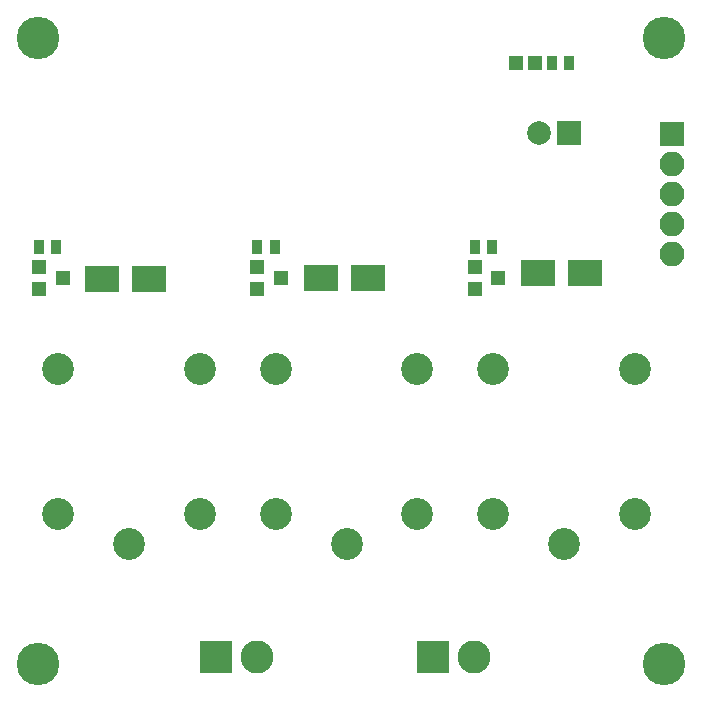
<source format=gts>
G04 #@! TF.FileFunction,Soldermask,Top*
%FSLAX46Y46*%
G04 Gerber Fmt 4.6, Leading zero omitted, Abs format (unit mm)*
G04 Created by KiCad (PCBNEW 4.0.6) date 04/22/17 16:30:30*
%MOMM*%
%LPD*%
G01*
G04 APERTURE LIST*
%ADD10C,0.100000*%
%ADD11C,2.700000*%
%ADD12R,2.000000X2.000000*%
%ADD13C,2.000000*%
%ADD14R,1.200000X1.200000*%
%ADD15R,2.900000X2.200000*%
%ADD16R,2.100000X2.100000*%
%ADD17O,2.100000X2.100000*%
%ADD18C,2.800000*%
%ADD19R,2.800000X2.800000*%
%ADD20R,1.300000X1.200000*%
%ADD21R,0.900000X1.300000*%
%ADD22C,3.600000*%
G04 APERTURE END LIST*
D10*
D11*
X167513000Y-94551500D03*
X173513000Y-109301500D03*
X167513000Y-106751500D03*
X179513000Y-106751500D03*
X179513000Y-94551500D03*
D12*
X173926500Y-74549000D03*
D13*
X171426500Y-74549000D03*
D14*
X171043500Y-68580000D03*
X169443500Y-68580000D03*
D15*
X138398000Y-86931500D03*
X134398000Y-86931500D03*
X156940000Y-86804500D03*
X152940000Y-86804500D03*
X175323000Y-86423500D03*
X171323000Y-86423500D03*
D16*
X182626000Y-74612500D03*
D17*
X182626000Y-77152500D03*
X182626000Y-79692500D03*
X182626000Y-82232500D03*
X182626000Y-84772500D03*
D18*
X147518000Y-118872000D03*
D19*
X144018000Y-118872000D03*
D18*
X165933000Y-118872000D03*
D19*
X162433000Y-118872000D03*
D20*
X129064000Y-85854500D03*
X129064000Y-87754500D03*
X131064000Y-86804500D03*
X147526500Y-85854500D03*
X147526500Y-87754500D03*
X149526500Y-86804500D03*
X165941500Y-85854500D03*
X165941500Y-87754500D03*
X167941500Y-86804500D03*
D21*
X173978000Y-68580000D03*
X172478000Y-68580000D03*
X129032000Y-84201000D03*
X130532000Y-84201000D03*
X147522500Y-84201000D03*
X149022500Y-84201000D03*
X165937500Y-84201000D03*
X167437500Y-84201000D03*
D11*
X130683000Y-94551500D03*
X136683000Y-109301500D03*
X130683000Y-106751500D03*
X142683000Y-106751500D03*
X142683000Y-94551500D03*
X149098000Y-94551500D03*
X155098000Y-109301500D03*
X149098000Y-106751500D03*
X161098000Y-106751500D03*
X161098000Y-94551500D03*
D22*
X128976000Y-119492000D03*
X181976000Y-119492000D03*
X181976000Y-66492000D03*
X128976000Y-66492000D03*
M02*

</source>
